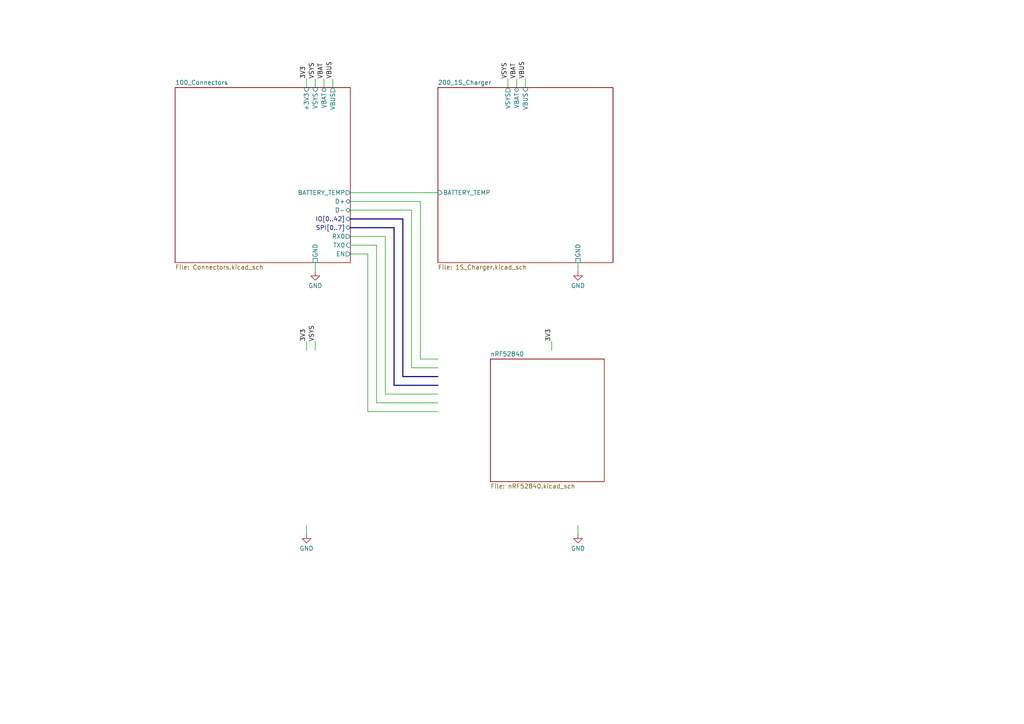
<source format=kicad_sch>
(kicad_sch (version 20231120) (generator "eeschema") (generator_version "8.0")
  (paper "A4")
  (title_block (title "PSoM - nRF52840") (date "2024-09-30") (rev "HW00") (company "PumaCorp"))
  (lib_symbols
    (symbol "power:GND" (power) (pin_names (offset 0))
      (property "Value" "GND" (at 0 -3.81 0))
      (symbol "GND_0_1"
        (polyline (pts (xy 0 0) (xy 0 -1.27) (xy 1.27 -1.27) (xy 0 -2.54) (xy -1.27 -1.27) (xy 0 -1.27)))
      )
      (symbol "GND_1_1"
        (pin power_in line (at 0 0 270) (length 0) hide (name "GND") (number "1"))
      )
    )
  )
  (wire (pts (xy 127 114.3) (xy 111.76 114.3)))
  (wire (pts (xy 147.32 22.86) (xy 147.32 25.4)))
  (bus (pts (xy 114.3 111.76) (xy 127 111.76)))
  (wire (pts (xy 167.64 152.4) (xy 167.64 154.94)))
  (wire (pts (xy 93.98 22.86) (xy 93.98 25.4)))
  (wire (pts (xy 109.22 71.12) (xy 109.22 116.84)))
  (wire (pts (xy 96.52 22.86) (xy 96.52 25.4)))
  (wire (pts (xy 101.6 73.66) (xy 106.68 73.66)))
  (wire (pts (xy 91.44 76.2) (xy 91.44 78.74)))
  (wire (pts (xy 121.92 58.42) (xy 101.6 58.42)))
  (wire (pts (xy 106.68 73.66) (xy 106.68 119.38)))
  (wire (pts (xy 121.92 58.42) (xy 121.92 104.14)))
  (wire (pts (xy 111.76 114.3) (xy 111.76 68.58)))
  (wire (pts (xy 88.9 152.4) (xy 88.9 154.94)))
  (bus (pts (xy 116.84 109.22) (xy 116.84 63.5)))
  (bus (pts (xy 127 109.22) (xy 116.84 109.22)))
  (wire (pts (xy 106.68 119.38) (xy 127 119.38)))
  (wire (pts (xy 111.76 68.58) (xy 101.6 68.58)))
  (wire (pts (xy 119.38 106.68) (xy 127 106.68)))
  (bus (pts (xy 114.3 66.04) (xy 114.3 111.76)))
  (wire (pts (xy 91.44 22.86) (xy 91.44 25.4)))
  (wire (pts (xy 167.64 76.2) (xy 167.64 78.74)))
  (wire (pts (xy 109.22 116.84) (xy 127 116.84)))
  (wire (pts (xy 101.6 71.12) (xy 109.22 71.12)))
  (wire (pts (xy 91.44 99.06) (xy 91.44 101.6)))
  (wire (pts (xy 152.4 22.86) (xy 152.4 25.4)))
  (wire (pts (xy 119.38 60.96) (xy 119.38 106.68)))
  (bus (pts (xy 101.6 66.04) (xy 114.3 66.04)))
  (wire (pts (xy 101.6 60.96) (xy 119.38 60.96)))
  (bus (pts (xy 116.84 63.5) (xy 101.6 63.5)))
  (wire (pts (xy 149.86 22.86) (xy 149.86 25.4)))
  (wire (pts (xy 101.6 55.88) (xy 127 55.88)))
  (wire (pts (xy 88.9 22.86) (xy 88.9 25.4)))
  (wire (pts (xy 127 104.14) (xy 121.92 104.14)))
  (wire (pts (xy 160.02 99.06) (xy 160.02 101.6)))
  (wire (pts (xy 88.9 99.06) (xy 88.9 101.6)))
  (label "3V3" (at 88.9 22.86 90))
  (label "3V3" (at 88.9 99.06 90))
  (label "3V3" (at 160.02 99.06 90))
  (label "VBUS" (at 96.52 22.86 90))
  (label "VSYS" (at 147.32 22.86 90))
  (label "VBUS" (at 152.4 22.86 90))
  (label "VSYS" (at 91.44 22.86 90))
  (label "VSYS" (at 91.44 99.06 90))
  (label "VBAT" (at 149.86 22.86 90))
  (label "VBAT" (at 93.98 22.86 90))
  (symbol (lib_id "power:GND") (at 167.64 154.94 0) (unit 1)
    (property "Reference" "#PWR08" (effects (hide yes)))
    (property "Value" "GND" (at 167.64 159.0755 0))
  )
  (symbol (lib_id "power:GND") (at 91.44 78.74 0) (unit 1)
    (property "Reference" "#PWR06" (effects (hide yes)))
    (property "Value" "GND" (at 91.44 82.8755 0))
  )
  (symbol (lib_id "power:GND") (at 167.64 78.74 0) (unit 1)
    (property "Reference" "#PWR07" (effects (hide yes)))
    (property "Value" "GND" (at 167.64 82.8755 0))
  )
  (symbol (lib_id "power:GND") (at 88.9 154.94 0) (unit 1)
    (property "Reference" "#PWR09" (effects (hide yes)))
    (property "Value" "GND" (at 88.9 159.0755 0))
  )
  (sheet (at 127 25.4) (size 50.8 50.8) (stroke (width 0.1524))
    (property "Sheetname" "200_1S_Charger" (at 127 24.6884 0) (effects (justify left bottom)))
    (property "Sheetfile" "1S_Charger.kicad_sch" (at 127 76.7846 0) (effects (justify left top)))
    (pin "VSYS" output (at 147.32 25.4 90))
    (pin "VBUS" input (at 152.4 25.4 90))
    (pin "VBAT" bidirectional (at 149.86 25.4 90))
    (pin "GND" passive (at 167.64 76.2 270))
    (pin "BATTERY_TEMP" input (at 127 55.88 180))
  )
  (sheet (at 50.8 25.4) (size 50.8 50.8) (stroke (width 0.1524))
    (property "Sheetname" "100_Connectors" (at 50.8 24.6884 0) (effects (justify left bottom)))
    (property "Sheetfile" "Connectors.kicad_sch" (at 50.8 76.7846 0) (effects (justify left top)))
    (pin "D-" bidirectional (at 101.6 60.96 0))
    (pin "VBAT" bidirectional (at 93.98 25.4 90))
    (pin "D+" bidirectional (at 101.6 58.42 0))
    (pin "GND" passive (at 91.44 76.2 270))
    (pin "IO[0..42]" bidirectional (at 101.6 63.5 0))
    (pin "VBUS" output (at 96.52 25.4 90))
    (pin "+3V3" input (at 88.9 25.4 90))
    (pin "VSYS" input (at 91.44 25.4 90))
    (pin "TX0" input (at 101.6 71.12 0))
    (pin "RX0" output (at 101.6 68.58 0))
    (pin "SPI[0..7]" bidirectional (at 101.6 66.04 0))
    (pin "BATTERY_TEMP" output (at 101.6 55.88 0))
    (pin "EN" output (at 101.6 73.66 0))
  )
  (sheet (at 142.24 104.14) (size 33.02 35.56) (stroke (width 0.1524))
    (property "Sheetname" "nRF52840" (at 142.24 103.4284 0) (effects (justify left bottom)))
    (property "Sheetfile" "nRF52840.kicad_sch" (at 142.24 140.2846 0) (effects (justify left top)))
  )
)
</source>
